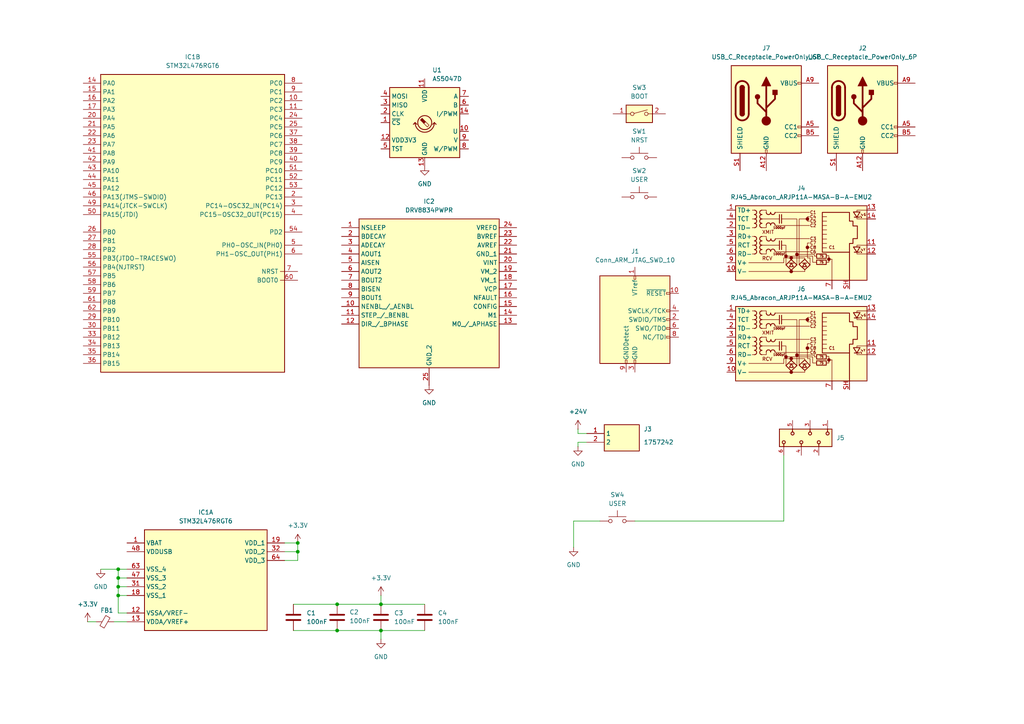
<source format=kicad_sch>
(kicad_sch (version 20231120) (generator "eeschema") (generator_version "8.0")
  (paper "A4")
  (lib_symbols
    (symbol "Connector:Conn_ARM_JTAG_SWD_10" (pin_names (offset 1.016))
      (property "Reference" "J" (at -2.54 16.51 0))
      (property "Value" "Conn_ARM_JTAG_SWD_10" (at -2.54 13.97 0))
      (symbol "Conn_ARM_JTAG_SWD_10_0_1"
        (rectangle (start -10.16 12.7) (end 10.16 -12.7) (stroke (width 0.254)) (fill (type background)))
        (rectangle (start -2.794 -12.7) (end -2.286 -11.684))
        (rectangle (start -0.254 -12.7) (end 0.254 -11.684))
        (rectangle (start -0.254 12.7) (end 0.254 11.684))
        (rectangle (start 9.144 2.286) (end 10.16 2.794))
        (rectangle (start 10.16 -2.794) (end 9.144 -2.286))
        (rectangle (start 10.16 -0.254) (end 9.144 0.254))
        (rectangle (start 10.16 7.874) (end 9.144 7.366))
      )
      (symbol "Conn_ARM_JTAG_SWD_10_1_1"
        (rectangle (start 9.144 -5.334) (end 10.16 -4.826))
        (pin power_in line (at 0 15.24 270) (length 2.54) (name "VTref") (number "1"))
        (pin open_collector line (at 12.7 7.62 180) (length 2.54) (name "~{RESET}") (number "10"))
        (pin bidirectional line (at 12.7 0 180) (length 2.54) (name "SWDIO/TMS") (number "2"))
        (pin power_in line (at 0 -15.24 90) (length 2.54) (name "GND") (number "3"))
        (pin output line (at 12.7 2.54 180) (length 2.54) (name "SWCLK/TCK") (number "4"))
        (pin passive line (at 0 -15.24 90) (length 2.54) hide (name "GND") (number "5"))
        (pin input line (at 12.7 -2.54 180) (length 2.54) (name "SWO/TDO") (number "6"))
        (pin no_connect line (at -10.16 0 0) (length 2.54) hide (name "KEY") (number "7"))
        (pin output line (at 12.7 -5.08 180) (length 2.54) (name "NC/TDI") (number "8"))
        (pin passive line (at -2.54 -15.24 90) (length 2.54) (name "GNDDetect") (number "9"))
      )
    )
    (symbol "Connector:RJ45_Abracon_ARJP11A-MASA-B-A-EMU2"
      (property "Reference" "J" (at 18.415 12.7 0))
      (property "Value" "RJ45_Abracon_ARJP11A-MASA-B-A-EMU2" (at -4.445 12.7 0))
      (symbol "RJ45_Abracon_ARJP11A-MASA-B-A-EMU2_0_0"
        (circle (center -3.175 -3.175) (radius 0.0001) (stroke (width 0.508)))
        (circle (center -1.651 -7.62) (radius 0.0001) (stroke (width 0.508)))
        (circle (center -1.651 -3.683) (radius 0.0001) (stroke (width 0.508)))
        (circle (center 0 -2.667) (radius 0.0001) (stroke (width 0.508)))
        (polyline (pts (xy -5.08 1.27) (xy -5.08 -1.27)) (stroke (width 0.254)))
        (polyline (pts (xy -5.08 8.89) (xy -5.08 6.35)) (stroke (width 0.254)))
        (polyline (pts (xy -4.445 1.27) (xy -4.445 -1.27)) (stroke (width 0.254)))
        (polyline (pts (xy -4.445 8.89) (xy -4.445 6.35)) (stroke (width 0.254)))
        (polyline (pts (xy 9.271 -4.064) (xy 10.16 -4.064)))
        (polyline (pts (xy 17.399 -0.508) (xy 17.399 0) (xy 20.32 0)))
        (polyline (pts (xy 17.399 9.652) (xy 17.399 10.16) (xy 20.32 10.16)))
        (polyline (pts (xy 20.32 -2.54) (xy 17.399 -2.54) (xy 17.399 -2.032)))
        (polyline (pts (xy 20.32 7.62) (xy 17.399 7.62) (xy 17.399 8.128)))
        (polyline (pts (xy 3.683 0.635) (xy 3.048 0.635) (xy 3.048 -0.635) (xy 3.683 -0.635)))
        (polyline (pts (xy 3.683 8.255) (xy 3.048 8.255) (xy 3.048 6.985) (xy 3.683 6.985)))
        (polyline (pts (xy 8.636 -4.953) (xy 9.271 -4.953) (xy 9.271 -3.048) (xy 8.636 -3.048)))
        (circle (center 3.048 -0.635) (radius 0.0001) (stroke (width 0.508)))
        (circle (center 3.048 7.62) (radius 0.0001) (stroke (width 0.508)))
        (circle (center 9.271 -4.064) (radius 0.0001) (stroke (width 0.508)))
        (text "C1" (at 4.699 9.525 0) (effects (font (size 0.889 0.889))))
        (text "C1" (at 10.16 -0.635 0) (effects (font (size 0.889 0.889))))
        (text "C2" (at 4.699 5.715 0) (effects (font (size 0.889 0.889))))
        (text "C3" (at 4.699 1.905 0) (effects (font (size 0.889 0.889))))
        (text "C4" (at 4.699 8.255 0) (effects (font (size 0.889 0.889))))
        (text "C5" (at 4.699 6.985 0) (effects (font (size 0.889 0.889))))
        (text "C6" (at 4.699 -1.905 0) (effects (font (size 0.889 0.889))))
        (text "C7" (at 4.699 0.635 0) (effects (font (size 0.889 0.889))))
        (text "C8" (at 4.699 -0.635 0) (effects (font (size 0.889 0.889))))
        (text "RCV" (at -10.16 -3.81 0) (effects (font (size 1.016 1.016)) (justify left)))
        (text "XMIT" (at -10.16 3.81 0) (effects (font (size 1.016 1.016)) (justify left)))
      )
      (symbol "RJ45_Abracon_ARJP11A-MASA-B-A-EMU2_0_1"
        (rectangle (start -17.78 11.43) (end 20.32 -10.16) (stroke (width 0.254)) (fill (type background)))
        (polyline (pts (xy -12.3163 -2.54) (xy -12.9513 -2.54)))
        (polyline (pts (xy -12.3163 0) (xy -12.9513 0)))
        (polyline (pts (xy -12.3163 2.54) (xy -12.9513 2.54)))
        (polyline (pts (xy -12.3163 5.08) (xy -12.9513 5.08)))
        (polyline (pts (xy -12.3163 7.62) (xy -12.9513 7.62)))
        (polyline (pts (xy -12.3163 10.16) (xy -12.9513 10.16)))
        (polyline (pts (xy -6.35 -1.905) (xy 3.683 -1.905)))
        (polyline (pts (xy -6.35 5.715) (xy 3.683 5.715)))
        (polyline (pts (xy -6.35 9.525) (xy 3.683 9.525)))
        (polyline (pts (xy -6.223 1.905) (xy 3.683 1.905)))
        (polyline (pts (xy -5.08 0) (xy -10.16 0)))
        (polyline (pts (xy -5.08 7.62) (xy -10.16 7.62)))
        (polyline (pts (xy 7.366 0.508) (xy 8.636 0.508)))
        (polyline (pts (xy 7.366 1.778) (xy 8.636 1.778)))
        (polyline (pts (xy 7.366 3.175) (xy 8.636 3.175)))
        (polyline (pts (xy 7.366 4.445) (xy 8.636 4.445)))
        (polyline (pts (xy 7.366 5.715) (xy 8.636 5.715)))
        (polyline (pts (xy 8.636 -0.762) (xy 7.366 -0.762)))
        (polyline (pts (xy 8.636 6.985) (xy 7.366 6.985)))
        (polyline (pts (xy 8.636 8.255) (xy 7.366 8.255)))
        (polyline (pts (xy -10.16 2.54) (xy -8.89 2.54) (xy -8.89 1.905)))
        (polyline (pts (xy -10.16 10.16) (xy -8.89 10.16) (xy -8.89 9.525)))
        (polyline (pts (xy -8.89 -1.905) (xy -8.89 -2.54) (xy -10.16 -2.54)))
        (polyline (pts (xy -8.89 5.715) (xy -8.89 5.08) (xy -10.16 5.08)))
        (polyline (pts (xy -4.445 0) (xy -3.175 0) (xy -3.175 -5.715)))
        (polyline (pts (xy -4.445 7.62) (xy 0 7.62) (xy 0 -5.715)))
      )
      (symbol "RJ45_Abracon_ARJP11A-MASA-B-A-EMU2_1_0"
        (text "1000pF" (at -5.08 -2.54 0) (effects (font (size 0.635 0.635))))
        (text "1000pF" (at -5.08 5.08 0) (effects (font (size 0.635 0.635))))
      )
      (symbol "RJ45_Abracon_ARJP11A-MASA-B-A-EMU2_1_1"
        (arc (start -12.3163 1.27) (mid -11.684 1.905) (end -12.3163 2.54) (stroke (width 0.254)))
        (arc (start -12.3136 -2.54) (mid -11.6813 -1.905) (end -12.3136 -1.27) (stroke (width 0.254)))
        (arc (start -12.3136 -1.27) (mid -11.6813 -0.635) (end -12.3136 0) (stroke (width 0.254)))
        (arc (start -12.3136 0) (mid -11.6813 0.635) (end -12.3136 1.27) (stroke (width 0.254)))
        (arc (start -12.3136 8.89) (mid -11.6813 9.525) (end -12.3136 10.16) (stroke (width 0.254)))
        (arc (start -12.3109 5.08) (mid -11.6786 5.715) (end -12.3109 6.35) (stroke (width 0.254)))
        (arc (start -12.3109 6.35) (mid -11.6786 6.985) (end -12.3109 7.62) (stroke (width 0.254)))
        (arc (start -12.3109 7.62) (mid -11.6786 8.255) (end -12.3109 8.89) (stroke (width 0.254)))
        (arc (start -10.1654 0) (mid -10.7977 -0.635) (end -10.1654 -1.27) (stroke (width 0.254)))
        (arc (start -10.1654 1.27) (mid -10.7977 0.635) (end -10.1654 0) (stroke (width 0.254)))
        (arc (start -10.1654 2.54) (mid -10.7977 1.905) (end -10.1654 1.27) (stroke (width 0.254)))
        (arc (start -10.1654 7.62) (mid -10.7977 6.985) (end -10.1654 6.35) (stroke (width 0.254)))
        (arc (start -10.1654 8.89) (mid -10.7977 8.255) (end -10.1654 7.62) (stroke (width 0.254)))
        (arc (start -10.1654 10.16) (mid -10.7977 9.525) (end -10.1654 8.89) (stroke (width 0.254)))
        (arc (start -10.1627 -1.27) (mid -10.795 -1.905) (end -10.1627 -2.54) (stroke (width 0.254)))
        (arc (start -10.1627 6.35) (mid -10.795 5.715) (end -10.1627 5.08) (stroke (width 0.254)))
        (arc (start -8.89 9.5223) (mid -8.255 8.89) (end -7.62 9.5223) (stroke (width 0.254)))
        (arc (start -8.8265 1.8388) (mid -8.1915 1.2065) (end -7.5565 1.8388) (stroke (width 0.254)))
        (arc (start -7.62 -1.7753) (mid -8.255 -1.143) (end -8.89 -1.7753) (stroke (width 0.254)))
        (arc (start -7.62 5.8447) (mid -8.255 6.477) (end -8.89 5.8447) (stroke (width 0.254)))
        (arc (start -7.62 9.525) (mid -6.985 8.8927) (end -6.35 9.525) (stroke (width 0.254)))
        (arc (start -7.5565 1.8415) (mid -6.9215 1.2092) (end -6.2865 1.8415) (stroke (width 0.254)))
        (arc (start -6.35 -1.7726) (mid -6.985 -1.1403) (end -7.62 -1.7726) (stroke (width 0.254)))
        (arc (start -6.35 5.8474) (mid -6.985 6.4797) (end -7.62 5.8474) (stroke (width 0.254)))
        (polyline (pts (xy -13.97 -7.62) (xy 2.286 -7.62)))
        (polyline (pts (xy -13.97 -5.08) (xy -3.81 -5.08)))
        (polyline (pts (xy -2.159 -5.207) (xy -1.016 -5.207)) (stroke (width 0.254)))
        (polyline (pts (xy -1.651 -7.239) (xy -1.651 -7.493)))
        (polyline (pts (xy 1.651 -5.207) (xy 2.794 -5.207)) (stroke (width 0.254)))
        (polyline (pts (xy 2.286 -7.112) (xy 2.286 -7.62)))
        (polyline (pts (xy 10.16 -4.064) (xy 10.16 -10.16)))
        (polyline (pts (xy 15.24 -10.16) (xy 15.24 -2.032)) (stroke (width 0.254)))
        (polyline (pts (xy 18.161 -2.032) (xy 16.637 -2.032)) (stroke (width 0.254)))
        (polyline (pts (xy 18.161 8.128) (xy 16.637 8.128)) (stroke (width 0.254)))
        (polyline (pts (xy 18.796 -2.159) (xy 18.796 -1.905)))
        (polyline (pts (xy 18.796 8.001) (xy 18.796 8.255)))
        (polyline (pts (xy 19.05 -1.524) (xy 19.05 -1.27)))
        (polyline (pts (xy 19.05 8.636) (xy 19.05 8.89)))
        (polyline (pts (xy -3.81 -5.08) (xy -3.81 -3.683) (xy -1.651 -3.683)))
        (polyline (pts (xy -1.905 -3.683) (xy -1.651 -3.683) (xy -1.651 -4.191)))
        (polyline (pts (xy -1.651 -3.683) (xy 2.286 -3.683) (xy 2.286 -4.064)))
        (polyline (pts (xy 3.048 7.62) (xy 0.635 7.62) (xy 0.635 -5.588)))
        (polyline (pts (xy 18.288 -1.651) (xy 18.796 -2.159) (xy 18.542 -2.159)))
        (polyline (pts (xy 18.288 8.509) (xy 18.796 8.001) (xy 18.542 8.001)))
        (polyline (pts (xy 18.542 -1.016) (xy 19.05 -1.524) (xy 18.796 -1.524)))
        (polyline (pts (xy 18.542 9.144) (xy 19.05 8.636) (xy 18.796 8.636)))
        (polyline (pts (xy -2.159 -6.223) (xy -1.016 -6.223) (xy -1.651 -5.207) (xy -2.159 -6.223)) (stroke (width 0.254)))
        (polyline (pts (xy 1.651 -6.223) (xy 2.794 -6.223) (xy 2.159 -5.207) (xy 1.651 -6.223)) (stroke (width 0.254)))
        (polyline (pts (xy 3.048 -0.508) (xy 3.048 -3.683) (xy 3.81 -3.683) (xy 3.81 -5.715)))
        (polyline (pts (xy 5.715 -4.953) (xy 4.572 -4.953) (xy 4.572 -3.175) (xy -3.175 -3.175)))
        (polyline (pts (xy 5.715 -3.175) (xy 5.08 -3.175) (xy 5.08 -2.667) (xy 0 -2.667)))
        (polyline (pts (xy 18.288 -0.508) (xy 16.383 -0.508) (xy 17.399 -2.032) (xy 18.288 -0.508)) (stroke (width 0.254)))
        (polyline (pts (xy 18.288 9.652) (xy 16.383 9.652) (xy 17.399 8.128) (xy 18.288 9.652)) (stroke (width 0.254)))
        (polyline (pts (xy -1.651 -4.191) (xy -3.175 -5.715) (xy -1.651 -7.239) (xy 0 -5.715) (xy -1.651 -4.191)) (stroke (width 0.254)))
        (polyline (pts (xy 2.286 -4.064) (xy 0.635 -5.588) (xy 2.286 -7.112) (xy 3.81 -5.715) (xy 2.286 -4.064)) (stroke (width 0.254)))
        (polyline (pts (xy 7.366 -2.032) (xy 7.366 9.525) (xy 15.24 9.525) (xy 15.24 6.985) (xy 16.256 6.985) (xy 16.256 5.588) (xy 17.526 5.588) (xy 17.526 1.905) (xy 16.256 1.905) (xy 16.256 0.508) (xy 15.24 0.508) (xy 15.24 -2.032) (xy 7.366 -2.032)) (stroke (width 0.254)))
        (rectangle (start 8.509 -5.588) (end 5.715 -4.318) (stroke (width 0.254)))
        (rectangle (start 8.509 -3.81) (end 5.715 -2.54) (stroke (width 0.254)))
        (text "75" (at 7.112 -4.953 0) (effects (font (size 0.635 0.635))))
        (text "75" (at 7.112 -3.175 0) (effects (font (size 0.635 0.635))))
        (text "G" (at 19.685 8.89 0) (effects (font (size 0.635 0.635))))
        (text "Y" (at 19.558 -1.27 0) (effects (font (size 0.635 0.635))))
        (pin passive line (at -20.32 10.16 0) (length 2.54) (name "TD+") (number "1"))
        (pin power_out line (at -20.32 -7.62 0) (length 2.54) (name "V-") (number "10"))
        (pin passive line (at 22.86 0 180) (length 2.54) (name "") (number "11"))
        (pin passive line (at 22.86 -2.54 180) (length 2.54) (name "") (number "12"))
        (pin passive line (at 22.86 10.16 180) (length 2.54) (name "") (number "13"))
        (pin passive line (at 22.86 7.62 180) (length 2.54) (name "") (number "14"))
        (pin passive line (at -20.32 5.08 0) (length 2.54) (name "TD-") (number "2"))
        (pin passive line (at -20.32 2.54 0) (length 2.54) (name "RD+") (number "3"))
        (pin passive line (at -20.32 7.62 0) (length 2.54) (name "TCT") (number "4"))
        (pin passive line (at -20.32 0 0) (length 2.54) (name "RCT") (number "5"))
        (pin passive line (at -20.32 -2.54 0) (length 2.54) (name "RD-") (number "6"))
        (pin power_in line (at 10.16 -12.7 90) (length 2.54) (name "") (number "7"))
        (pin no_connect line (at 20.32 5.08 0) (length 0) hide (name "NC") (number "8"))
        (pin power_out line (at -20.32 -5.08 0) (length 2.54) (name "V+") (number "9"))
        (pin passive line (at 15.24 -12.7 90) (length 2.54) (name "") (number "SH"))
      )
    )
    (symbol "Connector:USB_C_Receptacle_PowerOnly_6P" (pin_names (offset 1.016))
      (property "Reference" "J" (at 0 16.51 0))
      (property "Value" "USB_C_Receptacle_PowerOnly_6P" (at 0 13.97 0))
      (symbol "USB_C_Receptacle_PowerOnly_6P_0_0"
        (rectangle (start -0.254 -12.7) (end 0.254 -11.684))
        (rectangle (start 10.16 -7.366) (end 9.144 -7.874))
        (rectangle (start 10.16 -4.826) (end 9.144 -5.334))
        (rectangle (start 10.16 7.874) (end 9.144 7.366))
      )
      (symbol "USB_C_Receptacle_PowerOnly_6P_0_1"
        (rectangle (start -10.16 12.7) (end 10.16 -12.7) (stroke (width 0.254)) (fill (type background)))
        (arc (start -8.89 -1.27) (mid -6.985 -3.1667) (end -5.08 -1.27) (stroke (width 0.508)))
        (arc (start -7.62 -1.27) (mid -6.985 -1.9023) (end -6.35 -1.27) (stroke (width 0.254)))
        (arc (start -7.62 -1.27) (mid -6.985 -1.9023) (end -6.35 -1.27) (stroke (width 0.254)) (fill (type outline)))
        (rectangle (start -7.62 -1.27) (end -6.35 6.35) (stroke (width 0.254)) (fill (type outline)))
        (arc (start -6.35 6.35) (mid -6.985 6.9823) (end -7.62 6.35) (stroke (width 0.254)))
        (arc (start -6.35 6.35) (mid -6.985 6.9823) (end -7.62 6.35) (stroke (width 0.254)) (fill (type outline)))
        (arc (start -5.08 6.35) (mid -6.985 8.2467) (end -8.89 6.35) (stroke (width 0.508)))
        (circle (center -2.54 3.683) (radius 0.635) (stroke (width 0.254)) (fill (type outline)))
        (circle (center 0 -3.302) (radius 1.27) (fill (type outline)))
        (polyline (pts (xy -8.89 -1.27) (xy -8.89 6.35)) (stroke (width 0.508)))
        (polyline (pts (xy -5.08 6.35) (xy -5.08 -1.27)) (stroke (width 0.508)))
        (polyline (pts (xy 0 -3.302) (xy 0 6.858)) (stroke (width 0.508)))
        (polyline (pts (xy 0 -0.762) (xy -2.54 1.778) (xy -2.54 3.048)) (stroke (width 0.508)))
        (polyline (pts (xy 0 0.508) (xy 2.54 3.048) (xy 2.54 4.318)) (stroke (width 0.508)))
        (polyline (pts (xy -1.27 6.858) (xy 0 9.398) (xy 1.27 6.858) (xy -1.27 6.858)) (stroke (width 0.254)) (fill (type outline)))
        (rectangle (start 1.905 4.318) (end 3.175 5.588) (stroke (width 0.254)) (fill (type outline)))
      )
      (symbol "USB_C_Receptacle_PowerOnly_6P_1_1"
        (pin passive line (at 0 -17.78 90) (length 5.08) (name "GND") (number "A12"))
        (pin bidirectional line (at 15.24 -5.08 180) (length 5.08) (name "CC1") (number "A5"))
        (pin passive line (at 15.24 7.62 180) (length 5.08) (name "VBUS") (number "A9"))
        (pin passive line (at 0 -17.78 90) (length 5.08) hide (name "GND") (number "B12"))
        (pin bidirectional line (at 15.24 -7.62 180) (length 5.08) (name "CC2") (number "B5"))
        (pin passive line (at 15.24 7.62 180) (length 5.08) hide (name "VBUS") (number "B9"))
        (pin passive line (at -7.62 -17.78 90) (length 5.08) (name "SHIELD") (number "S1"))
      )
    )
    (symbol "Connector_Phoenix_Contact:1757242_01x02_Socket_2.54mm_5A_TH"
      (property "Reference" "J3" (at 16.51 1.2701 0))
      (property "Value" "1757242" (at 16.51 -2.5399 0))
      (symbol "1757242_01x02_Socket_2.54mm_5A_TH_1_1"
        (rectangle (start 5.08 2.54) (end 15.24 -5.08) (stroke (width 0.254)) (fill (type background)))
        (pin passive line (at 0 0 0) (length 5.08) (name "1") (number "1"))
        (pin passive line (at 0 -2.54 0) (length 5.08) (name "2") (number "2"))
      )
    )
    (symbol "Connector_Wuerth_MicroMatch:690367180672_02x03_Socket_TH_MoicroMatch" (pin_names (offset 1.016))
      (property "Reference" "J" (at 7.26 0.348 0))
      (symbol "690367180672_02x03_Socket_TH_MoicroMatch_0_0"
        (rectangle (start -8.89 -2.54) (end 6.35 2.54) (stroke (width 0.254)) (fill (type background)))
        (circle (center -7.62 -1.27) (radius 0.4445) (stroke (width 0.254)))
        (circle (center -5.08 1.27) (radius 0.4445) (stroke (width 0.254)))
        (circle (center -2.54 -1.27) (radius 0.4445) (stroke (width 0.254)))
        (polyline (pts (xy -7.62 -1.705) (xy -7.62 -2.54)) (stroke (width 0.254)))
        (polyline (pts (xy -5.08 1.705) (xy -5.08 2.54)) (stroke (width 0.254)))
        (polyline (pts (xy -2.54 -1.705) (xy -2.54 -2.54)) (stroke (width 0.254)))
        (polyline (pts (xy 0 1.705) (xy 0 2.54)) (stroke (width 0.254)))
        (polyline (pts (xy 2.54 -1.705) (xy 2.54 -2.54)) (stroke (width 0.254)))
        (polyline (pts (xy 5.08 1.705) (xy 5.08 2.54)) (stroke (width 0.254)))
        (circle (center 0 1.27) (radius 0.4445) (stroke (width 0.254)))
        (circle (center 2.54 -1.27) (radius 0.4445) (stroke (width 0.254)))
        (circle (center 5.08 1.27) (radius 0.4445) (stroke (width 0.254)))
        (pin passive line (at 5.08 5.08 270) (length 2.54) (name "~") (number "1"))
        (pin passive line (at 2.54 -5.08 90) (length 2.54) (name "~") (number "2"))
        (pin passive line (at 0 5.08 270) (length 2.54) (name "~") (number "3"))
        (pin passive line (at -2.54 -5.08 90) (length 2.54) (name "~") (number "4"))
        (pin passive line (at -5.08 5.08 270) (length 2.54) (name "~") (number "5"))
        (pin passive line (at -7.62 -5.08 90) (length 2.54) (name "~") (number "6"))
      )
    )
    (symbol "Device:C" (pin_numbers hide) (pin_names (offset 0.254))
      (property "Reference" "C" (at 0.635 2.54 0))
      (property "Value" "C" (at 0.635 -2.54 0))
      (symbol "C_0_1"
        (polyline (pts (xy -2.032 -0.762) (xy 2.032 -0.762)) (stroke (width 0.508)))
        (polyline (pts (xy -2.032 0.762) (xy 2.032 0.762)) (stroke (width 0.508)))
      )
      (symbol "C_1_1"
        (pin passive line (at 0 3.81 270) (length 2.794) (name "~") (number "1"))
        (pin passive line (at 0 -3.81 90) (length 2.794) (name "~") (number "2"))
      )
    )
    (symbol "Device:FerriteBead_Small" (pin_numbers hide) (pin_names (offset 0))
      (property "Reference" "FB" (at 1.905 1.27 0))
      (property "Value" "FerriteBead_Small" (at 1.905 -1.27 0))
      (symbol "FerriteBead_Small_0_1"
        (polyline (pts (xy 0 -1.27) (xy 0 -0.7874)))
        (polyline (pts (xy 0 0.889) (xy 0 1.2954)))
        (polyline (pts (xy -1.8288 0.2794) (xy -1.1176 1.4986) (xy 1.8288 -0.2032) (xy 1.1176 -1.4224) (xy -1.8288 0.2794)))
      )
      (symbol "FerriteBead_Small_1_1"
        (pin passive line (at 0 2.54 270) (length 1.27) (name "~") (number "1"))
        (pin passive line (at 0 -2.54 90) (length 1.27) (name "~") (number "2"))
      )
    )
    (symbol "MCU_ST_STM32_CubeExport:STM32L476RGT6"
      (property "Reference" "IC" (at 24.638 -24.638 0))
      (property "Value" "STM32L476RGT6" (at 24.384 -26.67 0))
      (symbol "STM32L476RGT6_1_1"
        (rectangle (start 5.08 0) (end 40.64 -29.21) (stroke (width 0.254)) (fill (type background)))
        (pin passive line (at 0 -3.81 0) (length 5.08) (name "VBAT") (number "1"))
        (pin passive line (at 0 -24.13 0) (length 5.08) (name "VSSA/VREF-") (number "12"))
        (pin passive line (at 0 -26.67 0) (length 5.08) (name "VDDA/VREF+") (number "13"))
        (pin passive line (at 0 -19.05 0) (length 5.08) (name "VSS_1") (number "18"))
        (pin passive line (at 45.72 -3.81 180) (length 5.08) (name "VDD_1") (number "19"))
        (pin passive line (at 0 -16.51 0) (length 5.08) (name "VSS_2") (number "31"))
        (pin passive line (at 45.72 -6.35 180) (length 5.08) (name "VDD_2") (number "32"))
        (pin passive line (at 0 -13.97 0) (length 5.08) (name "VSS_3") (number "47"))
        (pin passive line (at 0 -6.35 0) (length 5.08) (name "VDDUSB") (number "48"))
        (pin passive line (at 0 -11.43 0) (length 5.08) (name "VSS_4") (number "63"))
        (pin passive line (at 45.72 -8.89 180) (length 5.08) (name "VDD_3") (number "64"))
      )
      (symbol "STM32L476RGT6_2_1"
        (rectangle (start 5.08 27.94) (end 58.42 -58.42) (stroke (width 0.254)) (fill (type background)))
        (pin passive line (at 63.5 20.32 180) (length 5.08) (name "PC2") (number "10"))
        (pin passive line (at 63.5 17.78 180) (length 5.08) (name "PC3") (number "11"))
        (pin passive line (at 0 25.4 0) (length 5.08) (name "PA0") (number "14"))
        (pin passive line (at 0 22.86 0) (length 5.08) (name "PA1") (number "15"))
        (pin passive line (at 0 20.32 0) (length 5.08) (name "PA2") (number "16"))
        (pin passive line (at 0 17.78 0) (length 5.08) (name "PA3") (number "17"))
        (pin passive line (at 63.5 -7.62 180) (length 5.08) (name "PC13") (number "2"))
        (pin passive line (at 0 15.24 0) (length 5.08) (name "PA4") (number "20"))
        (pin passive line (at 0 12.7 0) (length 5.08) (name "PA5") (number "21"))
        (pin passive line (at 0 10.16 0) (length 5.08) (name "PA6") (number "22"))
        (pin passive line (at 0 7.62 0) (length 5.08) (name "PA7") (number "23"))
        (pin passive line (at 63.5 15.24 180) (length 5.08) (name "PC4") (number "24"))
        (pin passive line (at 63.5 12.7 180) (length 5.08) (name "PC5") (number "25"))
        (pin passive line (at 0 -17.78 0) (length 5.08) (name "PB0") (number "26"))
        (pin passive line (at 0 -20.32 0) (length 5.08) (name "PB1") (number "27"))
        (pin passive line (at 0 -22.86 0) (length 5.08) (name "PB2") (number "28"))
        (pin passive line (at 0 -43.18 0) (length 5.08) (name "PB10") (number "29"))
        (pin passive line (at 63.5 -10.16 180) (length 5.08) (name "PC14-OSC32_IN(PC14)") (number "3"))
        (pin passive line (at 0 -45.72 0) (length 5.08) (name "PB11") (number "30"))
        (pin passive line (at 0 -48.26 0) (length 5.08) (name "PB12") (number "33"))
        (pin passive line (at 0 -50.8 0) (length 5.08) (name "PB13") (number "34"))
        (pin passive line (at 0 -53.34 0) (length 5.08) (name "PB14") (number "35"))
        (pin passive line (at 0 -55.88 0) (length 5.08) (name "PB15") (number "36"))
        (pin passive line (at 63.5 10.16 180) (length 5.08) (name "PC6") (number "37"))
        (pin passive line (at 63.5 7.62 180) (length 5.08) (name "PC7") (number "38"))
        (pin passive line (at 63.5 5.08 180) (length 5.08) (name "PC8") (number "39"))
        (pin passive line (at 63.5 -12.7 180) (length 5.08) (name "PC15-OSC32_OUT(PC15)") (number "4"))
        (pin passive line (at 63.5 2.54 180) (length 5.08) (name "PC9") (number "40"))
        (pin passive line (at 0 5.08 0) (length 5.08) (name "PA8") (number "41"))
        (pin passive line (at 0 2.54 0) (length 5.08) (name "PA9") (number "42"))
        (pin passive line (at 0 0 0) (length 5.08) (name "PA10") (number "43"))
        (pin passive line (at 0 -2.54 0) (length 5.08) (name "PA11") (number "44"))
        (pin passive line (at 0 -5.08 0) (length 5.08) (name "PA12") (number "45"))
        (pin passive line (at 0 -7.62 0) (length 5.08) (name "PA13(JTMS-SWDIO)") (number "46"))
        (pin passive line (at 0 -10.16 0) (length 5.08) (name "PA14(JTCK-SWCLK)") (number "49"))
        (pin passive line (at 63.5 -21.59 180) (length 5.08) (name "PH0-OSC_IN(PH0)") (number "5"))
        (pin passive line (at 0 -12.7 0) (length 5.08) (name "PA15(JTDI)") (number "50"))
        (pin passive line (at 63.5 0 180) (length 5.08) (name "PC10") (number "51"))
        (pin passive line (at 63.5 -2.54 180) (length 5.08) (name "PC11") (number "52"))
        (pin passive line (at 63.5 -5.08 180) (length 5.08) (name "PC12") (number "53"))
        (pin passive line (at 63.5 -17.78 180) (length 5.08) (name "PD2") (number "54"))
        (pin passive line (at 0 -25.4 0) (length 5.08) (name "PB3(JTDO-TRACESWO)") (number "55"))
        (pin passive line (at 0 -27.94 0) (length 5.08) (name "PB4(NJTRST)") (number "56"))
        (pin passive line (at 0 -30.48 0) (length 5.08) (name "PB5") (number "57"))
        (pin passive line (at 0 -33.02 0) (length 5.08) (name "PB6") (number "58"))
        (pin passive line (at 0 -35.56 0) (length 5.08) (name "PB7") (number "59"))
        (pin passive line (at 63.5 -24.13 180) (length 5.08) (name "PH1-OSC_OUT(PH1)") (number "6"))
        (pin passive line (at 62.23 -31.75 180) (length 5.08) (name "BOOT0") (number "60"))
        (pin passive line (at 0 -38.1 0) (length 5.08) (name "PB8") (number "61"))
        (pin passive line (at 0 -40.64 0) (length 5.08) (name "PB9") (number "62"))
        (pin passive line (at 62.23 -29.21 180) (length 5.08) (name "NRST") (number "7"))
        (pin passive line (at 63.5 25.4 180) (length 5.08) (name "PC0") (number "8"))
        (pin passive line (at 63.5 22.86 180) (length 5.08) (name "PC1") (number "9"))
      )
    )
    (symbol "Motor_Drive:DRV8834PWPR"
      (property "Reference" "IC" (at 46.99 7.62 0))
      (property "Value" "DRV8834PWPR" (at 46.99 5.08 0))
      (symbol "DRV8834PWPR_1_1"
        (rectangle (start 5.08 2.54) (end 45.72 -40.64) (stroke (width 0.254)) (fill (type background)))
        (pin passive line (at 0 0 0) (length 5.08) (name "NSLEEP") (number "1"))
        (pin passive line (at 0 -22.86 0) (length 5.08) (name "NENBL_/_AENBL") (number "10"))
        (pin passive line (at 0 -25.4 0) (length 5.08) (name "STEP_/_BENBL") (number "11"))
        (pin passive line (at 0 -27.94 0) (length 5.08) (name "DIR_/_BPHASE") (number "12"))
        (pin passive line (at 50.8 -27.94 180) (length 5.08) (name "M0_/_APHASE") (number "13"))
        (pin passive line (at 50.8 -25.4 180) (length 5.08) (name "M1") (number "14"))
        (pin passive line (at 50.8 -22.86 180) (length 5.08) (name "CONFIG") (number "15"))
        (pin passive line (at 50.8 -20.32 180) (length 5.08) (name "NFAULT") (number "16"))
        (pin passive line (at 50.8 -17.78 180) (length 5.08) (name "VCP") (number "17"))
        (pin passive line (at 50.8 -15.24 180) (length 5.08) (name "VM_1") (number "18"))
        (pin passive line (at 50.8 -12.7 180) (length 5.08) (name "VM_2") (number "19"))
        (pin passive line (at 0 -2.54 0) (length 5.08) (name "BDECAY") (number "2"))
        (pin passive line (at 50.8 -10.16 180) (length 5.08) (name "VINT") (number "20"))
        (pin passive line (at 50.8 -7.62 180) (length 5.08) (name "GND_1") (number "21"))
        (pin passive line (at 50.8 -5.08 180) (length 5.08) (name "AVREF") (number "22"))
        (pin passive line (at 50.8 -2.54 180) (length 5.08) (name "BVREF") (number "23"))
        (pin passive line (at 50.8 0 180) (length 5.08) (name "VREFO") (number "24"))
        (pin passive line (at 25.4 -45.72 90) (length 5.08) (name "GND_2") (number "25"))
        (pin passive line (at 0 -5.08 0) (length 5.08) (name "ADECAY") (number "3"))
        (pin passive line (at 0 -7.62 0) (length 5.08) (name "AOUT1") (number "4"))
        (pin passive line (at 0 -10.16 0) (length 5.08) (name "AISEN") (number "5"))
        (pin passive line (at 0 -12.7 0) (length 5.08) (name "AOUT2") (number "6"))
        (pin passive line (at 0 -15.24 0) (length 5.08) (name "BOUT2") (number "7"))
        (pin passive line (at 0 -17.78 0) (length 5.08) (name "BISEN") (number "8"))
        (pin passive line (at 0 -20.32 0) (length 5.08) (name "BOUT1") (number "9"))
      )
    )
    (symbol "Sensor_Magnetic:AS5047D"
      (property "Reference" "U" (at -8.89 11.43 0))
      (property "Value" "AS5047D" (at 5.08 11.43 0))
      (symbol "AS5047D_1_1"
        (rectangle (start -10.16 10.16) (end 10.16 -10.16) (stroke (width 0.254)) (fill (type background)))
        (arc (start -2.794 0) (mid 0 -2.7819) (end 2.794 0) (stroke (width 0.254)))
        (polyline (pts (xy -2.794 0) (xy -3.302 -0.508)) (stroke (width 0.254)))
        (polyline (pts (xy -2.794 0) (xy -2.286 -0.508)) (stroke (width 0.254)))
        (polyline (pts (xy 2.794 0) (xy 2.286 -0.508)) (stroke (width 0.254)))
        (polyline (pts (xy 2.794 0) (xy 3.302 -0.508)) (stroke (width 0.254)))
        (polyline (pts (xy 0.254 0.254) (xy 1.27 -0.762) (xy 0.762 -1.27) (xy -0.254 -0.254)))
        (polyline (pts (xy -0.762 1.27) (xy 0.254 0.254) (xy -0.254 -0.254) (xy -1.27 0.762) (xy -1.016 1.016) (xy -0.762 1.27) (xy -0.635 1.143)) (fill (type outline)))
        (circle (center 0 0) (radius 2.032) (stroke (width 0.254)))
        (pin input line (at -12.7 0 0) (length 2.54) (name "~{CS}") (number "1"))
        (pin output line (at 12.7 -2.54 180) (length 2.54) (name "U") (number "10"))
        (pin power_in line (at 0 12.7 270) (length 2.54) (name "VDD") (number "11"))
        (pin power_out line (at -12.7 -5.08 0) (length 2.54) (name "VDD3V3") (number "12"))
        (pin power_in line (at 0 -12.7 90) (length 2.54) (name "GND") (number "13"))
        (pin output line (at 12.7 2.54 180) (length 2.54) (name "I/PWM") (number "14"))
        (pin input line (at -12.7 2.54 0) (length 2.54) (name "CLK") (number "2"))
        (pin output line (at -12.7 5.08 0) (length 2.54) (name "MISO") (number "3"))
        (pin input line (at -12.7 7.62 0) (length 2.54) (name "MOSI") (number "4"))
        (pin input line (at -12.7 -7.62 0) (length 2.54) (name "TST") (number "5"))
        (pin output line (at 12.7 5.08 180) (length 2.54) (name "B") (number "6"))
        (pin output line (at 12.7 7.62 180) (length 2.54) (name "A") (number "7"))
        (pin output line (at 12.7 -7.62 180) (length 2.54) (name "W/PWM") (number "8"))
        (pin output line (at 12.7 -5.08 180) (length 2.54) (name "V") (number "9"))
      )
    )
    (symbol "Switch:SW_DIP_x01" (pin_names (offset 0) hide)
      (property "Reference" "SW" (at 0 3.81 0))
      (property "Value" "SW_DIP_x01" (at 0 -3.81 0))
      (symbol "SW_DIP_x01_0_0"
        (circle (center -2.032 0) (radius 0.508))
        (polyline (pts (xy -1.524 0.127) (xy 2.3622 1.1684)))
        (circle (center 2.032 0) (radius 0.508))
      )
      (symbol "SW_DIP_x01_0_1"
        (rectangle (start -3.81 2.54) (end 3.81 -2.54) (stroke (width 0.254)) (fill (type background)))
      )
      (symbol "SW_DIP_x01_1_1"
        (pin passive line (at -7.62 0 0) (length 5.08) (name "~") (number "1"))
        (pin passive line (at 7.62 0 180) (length 5.08) (name "~") (number "2"))
      )
    )
    (symbol "Switch:SW_Push" (pin_numbers hide) (pin_names (offset 1.016) hide)
      (property "Reference" "SW" (at 1.27 2.54 0))
      (property "Value" "SW_Push" (at 0 -1.524 0))
      (symbol "SW_Push_0_1"
        (circle (center -2.032 0) (radius 0.508))
        (polyline (pts (xy 0 1.27) (xy 0 3.048)))
        (polyline (pts (xy 2.54 1.27) (xy -2.54 1.27)))
        (circle (center 2.032 0) (radius 0.508))
        (pin passive line (at -5.08 0 0) (length 2.54) (name "1") (number "1"))
        (pin passive line (at 5.08 0 180) (length 2.54) (name "2") (number "2"))
      )
    )
    (symbol "power:+24V" (power) (pin_numbers hide) (pin_names (offset 0) hide)
      (property "Value" "+24V" (at 0 3.556 0))
      (symbol "+24V_0_1"
        (polyline (pts (xy -0.762 1.27) (xy 0 2.54)))
        (polyline (pts (xy 0 0) (xy 0 2.54)))
        (polyline (pts (xy 0 2.54) (xy 0.762 1.27)))
      )
      (symbol "+24V_1_1"
        (pin power_in line (at 0 0 90) (length 0) (name "~") (number "1"))
      )
    )
    (symbol "power:+3.3V" (power) (pin_numbers hide) (pin_names (offset 0) hide)
      (property "Value" "+3.3V" (at 0 3.556 0))
      (symbol "+3.3V_0_1"
        (polyline (pts (xy -0.762 1.27) (xy 0 2.54)))
        (polyline (pts (xy 0 0) (xy 0 2.54)))
        (polyline (pts (xy 0 2.54) (xy 0.762 1.27)))
      )
      (symbol "+3.3V_1_1"
        (pin power_in line (at 0 0 90) (length 0) (name "~") (number "1"))
      )
    )
    (symbol "power:GND" (power) (pin_numbers hide) (pin_names (offset 0) hide)
      (property "Value" "GND" (at 0 -3.81 0))
      (symbol "GND_0_1"
        (polyline (pts (xy 0 0) (xy 0 -1.27) (xy 1.27 -1.27) (xy 0 -2.54) (xy -1.27 -1.27) (xy 0 -1.27)))
      )
      (symbol "GND_1_1"
        (pin power_in line (at 0 0 270) (length 0) (name "~") (number "1"))
      )
    )
  )
  (junction (at 97.79 175.26))
  (junction (at 110.49 175.26))
  (junction (at 34.29 170.18))
  (junction (at 110.49 182.88))
  (junction (at 34.29 172.72))
  (junction (at 34.29 167.64))
  (junction (at 97.79 182.88))
  (junction (at 34.29 165.1))
  (junction (at 86.36 160.02))
  (junction (at 86.36 157.48))
  (wire (pts (xy 97.79 182.88) (xy 110.49 182.88)))
  (wire (pts (xy 167.64 124.46) (xy 167.64 125.73)))
  (wire (pts (xy 110.49 185.42) (xy 110.49 182.88)))
  (wire (pts (xy 166.37 151.13) (xy 173.99 151.13)))
  (wire (pts (xy 167.64 125.73) (xy 170.18 125.73)))
  (wire (pts (xy 82.55 160.02) (xy 86.36 160.02)))
  (wire (pts (xy 34.29 167.64) (xy 36.83 167.64)))
  (wire (pts (xy 82.55 157.48) (xy 86.36 157.48)))
  (wire (pts (xy 34.29 165.1) (xy 36.83 165.1)))
  (wire (pts (xy 34.29 170.18) (xy 34.29 167.64)))
  (wire (pts (xy 167.64 129.54) (xy 167.64 128.27)))
  (wire (pts (xy 110.49 182.88) (xy 123.19 182.88)))
  (wire (pts (xy 110.49 172.72) (xy 110.49 175.26)))
  (wire (pts (xy 86.36 162.56) (xy 86.36 160.02)))
  (wire (pts (xy 85.09 175.26) (xy 97.79 175.26)))
  (wire (pts (xy 82.55 162.56) (xy 86.36 162.56)))
  (wire (pts (xy 34.29 165.1) (xy 29.21 165.1)))
  (wire (pts (xy 110.49 175.26) (xy 123.19 175.26)))
  (wire (pts (xy 25.4 180.34) (xy 27.94 180.34)))
  (wire (pts (xy 167.64 128.27) (xy 170.18 128.27)))
  (wire (pts (xy 36.83 177.8) (xy 34.29 177.8)))
  (wire (pts (xy 33.02 180.34) (xy 36.83 180.34)))
  (wire (pts (xy 166.37 158.75) (xy 166.37 151.13)))
  (wire (pts (xy 34.29 172.72) (xy 34.29 170.18)))
  (wire (pts (xy 34.29 167.64) (xy 34.29 165.1)))
  (wire (pts (xy 34.29 172.72) (xy 34.29 177.8)))
  (wire (pts (xy 184.15 151.13) (xy 227.33 151.13)))
  (wire (pts (xy 36.83 172.72) (xy 34.29 172.72)))
  (wire (pts (xy 85.09 182.88) (xy 97.79 182.88)))
  (wire (pts (xy 97.79 175.26) (xy 110.49 175.26)))
  (wire (pts (xy 86.36 160.02) (xy 86.36 157.48)))
  (wire (pts (xy 227.33 151.13) (xy 227.33 132.08)))
  (wire (pts (xy 34.29 170.18) (xy 36.83 170.18)))
  (symbol (lib_id "power:GND") (at 123.19 48.26 0) (unit 1)
    (property "Reference" "#PWR03" (effects (hide yes)))
    (property "Value" "GND" (at 123.19 53.34 0))
    (property "Description" "Power symbol creates a global label with name \"GND\" , ground" (effects (hide yes)))
  )
  (symbol (lib_id "Device:C") (at 123.19 179.07 0) (unit 1)
    (property "Reference" "C4" (at 127 177.7999 0) (effects (justify left)))
    (property "Value" "100nF" (at 127 180.3399 0) (effects (justify left)))
    (property "Footprint" "Capacitor_SMD:C_0201_0603Metric" (effects (hide yes)))
    (property "Description" "Unpolarized capacitor" (effects (hide yes)))
  )
  (symbol (lib_id "Switch:SW_Push") (at 185.42 45.72 0) (unit 1)
    (property "Reference" "SW1" (at 185.42 38.1 0))
    (property "Value" "NRST" (at 185.42 40.64 0))
    (property "Footprint" "Button_Switch_SMD:SW_Push_SPST_NO_Alps_SKRK" (effects (hide yes)))
    (property "Description" "Push button switch, generic, two pins" (effects (hide yes)))
  )
  (symbol (lib_id "Switch:SW_Push") (at 179.07 151.13 0) (unit 1)
    (property "Reference" "SW4" (at 179.07 143.51 0))
    (property "Value" "USER" (at 179.07 146.05 0))
    (property "Footprint" "Button_Switch_SMD:SW_Push_SPST_NO_Alps_SKRK" (effects (hide yes)))
    (property "Description" "Push button switch, generic, two pins" (effects (hide yes)))
  )
  (symbol (lib_id "Connector:RJ45_Abracon_ARJP11A-MASA-B-A-EMU2") (at 231.14 71.12 0) (unit 1)
    (property "Reference" "J4" (at 232.41 54.61 0))
    (property "Value" "RJ45_Abracon_ARJP11A-MASA-B-A-EMU2" (at 232.41 57.15 0))
    (property "Footprint" "Connector_RJ:RJ45_Amphenol_RJHSE538X" (effects (hide yes)))
    (property "Datasheet" "https://abracon.com/Magnetics/lan/ARJP11A.PDF" (effects (hide yes)))
    (property "Description" "RJ45 PoE 10/100 Base-TX Jack with Magnetic Module" (effects (hide yes)))
  )
  (symbol (lib_id "Connector:USB_C_Receptacle_PowerOnly_6P") (at 222.25 31.75 0) (unit 1)
    (property "Reference" "J7" (at 222.25 13.97 0))
    (property "Value" "USB_C_Receptacle_PowerOnly_6P" (at 222.25 16.51 0))
    (property "Footprint" "Connector_USB:USB_C_Receptacle_GCT_USB4135-GF-A_6P_TopMnt_Horizontal" (effects (hide yes)))
    (property "Datasheet" "https://www.usb.org/sites/default/files/documents/usb_type-c.zip" (effects (hide yes)))
    (property "Description" "USB Power-Only 6P Type-C Receptacle connector" (effects (hide yes)))
  )
  (symbol (lib_id "power:GND") (at 29.21 165.1 0) (unit 1)
    (property "Reference" "#PWR01" (effects (hide yes)))
    (property "Value" "GND" (at 29.21 170.18 0))
    (property "Description" "Power symbol creates a global label with name \"GND\" , ground" (effects (hide yes)))
  )
  (symbol (lib_id "power:GND") (at 124.46 111.76 0) (unit 1)
    (property "Reference" "#PWR02" (effects (hide yes)))
    (property "Value" "GND" (at 124.46 116.84 0))
    (property "Description" "Power symbol creates a global label with name \"GND\" , ground" (effects (hide yes)))
  )
  (symbol (lib_id "Connector_Phoenix_Contact:1757242_01x02_Socket_2.54mm_5A_TH") (at 170.18 125.73 0) (unit 1)
    (property "Reference" "J3" (at 186.69 124.4599 0) (effects (justify left)))
    (property "Value" "1757242" (at 186.69 128.2699 0) (effects (justify left)))
    (property "Footprint" "Connector_Phoenix_MSTBA:1757242_01x02_2.54mm_TH_RightAngle" (effects (hide yes)))
    (property "Datasheet" "http://www.phoenixcontact.com/de/produkte/1757242/pdf" (effects (hide yes)))
    (property "Description" "PCB header, nominal cross section: 2.5 mm?, color: green, nominal current: 12 A, rated voltage (III/2): 320 V, contact surface: Tin, type of contact: Male connector, Number of potentials: 2, Number of rows: 1, Number of positions per row: 2, number of connections: 2, product range: MSTBA 2,5/..-G, pitch: 5.08 mm, mounting: Wave soldering, pin layout: Linear pinning, solder pin [P]: 3.5 mm, Stecksystem: CLASSIC COMBICON, Locking: without, type of packaging: packed in cardboard" (effects (hide yes)))
    (property "Height" "8.72" (effects (hide yes)))
    (property "Mouser Part Number" "651-1757242" (effects (hide yes)))
    (property "Mouser Price/Stock" "https://www.mouser.co.uk/ProductDetail/Phoenix-Contact/1757242?qs=uD%2FdkN7XIa3Ejiz9qDxlzw%3D%3D" (effects (hide yes)))
    (property "Manufacturer_Name" "Phoenix Contact" (effects (hide yes)))
    (property "Manufacturer_Part_Number" "1757242" (effects (hide yes)))
  )
  (symbol (lib_id "MCU_ST_STM32_CubeExport:STM32L476RGT6") (at 36.83 153.67 0) (unit 1)
    (property "Reference" "IC1" (at 59.69 148.59 0))
    (property "Value" "STM32L476RGT6" (at 59.69 151.13 0))
    (property "Footprint" "Package_QFP:LQFP-64_10x10mm_P0.5mm" (effects (hide yes)))
    (property "Datasheet" "https://www.st.com/resource/en/datasheet/stm32l476rg.pdf" (effects (hide yes)))
    (property "Description" "ARM MCU 32-bit 80MHz 1024KB  LQFP64 STMicroelectronics STM32L476RGT6, 32bit ARM Cortex M4 MCU, 80MHz, 1 MB Flash, 64-Pin LQFP" (effects (hide yes)))
    (property "Height" "1.6" (effects (hide yes)))
    (property "Mouser Part Number" "511-STM32L476RGT6" (effects (hide yes)))
    (property "Mouser Price/Stock" "https://www.mouser.co.uk/ProductDetail/STMicroelectronics/STM32L476RGT6?qs=o58qnh%2FCpu44V%252B7CaDZzCA%3D%3D" (effects (hide yes)))
    (property "Manufacturer_Name" "STMicroelectronics" (effects (hide yes)))
    (property "Manufacturer_Part_Number" "STM32L476RGT6" (effects (hide yes)))
  )
  (symbol (lib_id "Sensor_Magnetic:AS5047D") (at 123.19 35.56 0) (unit 1)
    (property "Reference" "U1" (at 125.3841 20.32 0) (effects (justify left)))
    (property "Value" "AS5047D" (at 125.3841 22.86 0) (effects (justify left)))
    (property "Footprint" "Package_SO:TSSOP-14_4.4x5mm_P0.65mm" (effects (hide yes)))
    (property "Datasheet" "https://ams.com/documents/20143/36005/AS5047D_DS000394_2-00.pdf" (effects (hide yes)))
    (property "Description" "On-Axis Magnetic Position Sensor, 14-bit, PWM Output, ABI Output, UVW Output, SPI Interface, TSSOP-14" (effects (hide yes)))
  )
  (symbol (lib_id "power:+3.3V") (at 25.4 180.34 0) (unit 1)
    (property "Reference" "#PWR07" (effects (hide yes)))
    (property "Value" "+3.3V" (at 25.4 175.26 0))
    (property "Description" "Power symbol creates a global label with name \"+3.3V\"" (effects (hide yes)))
  )
  (symbol (lib_id "power:+3.3V") (at 86.36 157.48 0) (unit 1)
    (property "Reference" "#PWR06" (effects (hide yes)))
    (property "Value" "+3.3V" (at 86.36 152.4 0))
    (property "Description" "Power symbol creates a global label with name \"+3.3V\"" (effects (hide yes)))
  )
  (symbol (lib_id "power:+24V") (at 167.64 124.46 0) (unit 1)
    (property "Reference" "#PWR08" (effects (hide yes)))
    (property "Value" "+24V" (at 167.64 119.38 0))
    (property "Description" "Power symbol creates a global label with name \"+24V\"" (effects (hide yes)))
  )
  (symbol (lib_id "Connector:RJ45_Abracon_ARJP11A-MASA-B-A-EMU2") (at 231.14 100.33 0) (unit 1)
    (property "Reference" "J6" (at 232.41 83.82 0))
    (property "Value" "RJ45_Abracon_ARJP11A-MASA-B-A-EMU2" (at 232.41 86.36 0))
    (property "Footprint" "Connector_RJ:RJ45_Amphenol_RJHSE538X" (effects (hide yes)))
    (property "Datasheet" "https://abracon.com/Magnetics/lan/ARJP11A.PDF" (effects (hide yes)))
    (property "Description" "RJ45 PoE 10/100 Base-TX Jack with Magnetic Module" (effects (hide yes)))
  )
  (symbol (lib_id "Connector:Conn_ARM_JTAG_SWD_10") (at 184.15 92.71 0) (unit 1)
    (property "Reference" "J1" (at 185.42 72.898 0) (effects (justify right)))
    (property "Value" "Conn_ARM_JTAG_SWD_10" (at 195.834 75.438 0) (effects (justify right)))
    (property "Footprint" "Connector_PinHeader_1.27mm:PinHeader_2x05_P1.27mm_Vertical_SMD" (effects (hide yes)))
    (property "Datasheet" "http://infocenter.arm.com/help/topic/com.arm.doc.ddi0314h/DDI0314H_coresight_components_trm.pdf" (effects (hide yes)))
    (property "Description" "Cortex Debug Connector, standard ARM Cortex-M SWD and JTAG interface" (effects (hide yes)))
  )
  (symbol (lib_id "Device:C") (at 97.79 179.07 0) (unit 1)
    (property "Reference" "C2" (at 101.346 177.546 0) (effects (justify left)))
    (property "Value" "100nF" (at 101.346 180.086 0) (effects (justify left)))
    (property "Footprint" "Capacitor_SMD:C_0201_0603Metric" (effects (hide yes)))
    (property "Description" "Unpolarized capacitor" (effects (hide yes)))
  )
  (symbol (lib_id "Connector:USB_C_Receptacle_PowerOnly_6P") (at 250.19 31.75 0) (unit 1)
    (property "Reference" "J2" (at 250.19 13.97 0))
    (property "Value" "USB_C_Receptacle_PowerOnly_6P" (at 250.19 16.51 0))
    (property "Footprint" "Connector_USB:USB_C_Receptacle_GCT_USB4135-GF-A_6P_TopMnt_Horizontal" (effects (hide yes)))
    (property "Datasheet" "https://www.usb.org/sites/default/files/documents/usb_type-c.zip" (effects (hide yes)))
    (property "Description" "USB Power-Only 6P Type-C Receptacle connector" (effects (hide yes)))
  )
  (symbol (lib_id "power:GND") (at 166.37 158.75 0) (unit 1)
    (property "Reference" "#PWR010" (effects (hide yes)))
    (property "Value" "GND" (at 166.37 163.83 0))
    (property "Description" "Power symbol creates a global label with name \"GND\" , ground" (effects (hide yes)))
  )
  (symbol (lib_id "Motor_Drive:DRV8834PWPR") (at 99.06 66.04 0) (unit 1)
    (property "Reference" "IC2" (at 124.46 58.42 0))
    (property "Value" "DRV8834PWPR" (at 124.46 60.96 0))
    (property "Footprint" "Package_SO:HTSSOP-24-1EP_4.4x7.8mm_P0.65mm_EP3.2x5mm" (effects (hide yes)))
    (property "Datasheet" "http://www.ti.com/lit/gpn/DRV8834" (effects (hide yes)))
    (property "Description" "2.2A Low Voltage Stepper w/ 32-step Indexer or Dual Brushed DC Motor Driver (Indexer or PH/EN Ctrl)" (effects (hide yes)))
    (property "Height" "1.2" (effects (hide yes)))
    (property "Mouser Part Number" "595-DRV8834PWPR" (effects (hide yes)))
    (property "Mouser Price/Stock" "https://www.mouser.co.uk/ProductDetail/Texas-Instruments/DRV8834PWPR?qs=UFc95S4Z4CYJbHHHrd3TVA%3D%3D" (effects (hide yes)))
    (property "Manufacturer_Name" "Texas Instruments" (effects (hide yes)))
    (property "Manufacturer_Part_Number" "DRV8834PWPR" (effects (hide yes)))
  )
  (symbol (lib_id "MCU_ST_STM32_CubeExport:STM32L476RGT6") (at 24.13 49.53 0) (unit 2)
    (property "Reference" "IC1" (at 55.88 16.51 0))
    (property "Value" "STM32L476RGT6" (at 55.88 19.05 0))
    (property "Footprint" "Package_QFP:LQFP-64_10x10mm_P0.5mm" (effects (hide yes)))
    (property "Datasheet" "https://www.st.com/resource/en/datasheet/stm32l476rg.pdf" (effects (hide yes)))
    (property "Description" "ARM MCU 32-bit 80MHz 1024KB  LQFP64 STMicroelectronics STM32L476RGT6, 32bit ARM Cortex M4 MCU, 80MHz, 1 MB Flash, 64-Pin LQFP" (effects (hide yes)))
    (property "Height" "1.6" (effects (hide yes)))
    (property "Mouser Part Number" "511-STM32L476RGT6" (effects (hide yes)))
    (property "Mouser Price/Stock" "https://www.mouser.co.uk/ProductDetail/STMicroelectronics/STM32L476RGT6?qs=o58qnh%2FCpu44V%252B7CaDZzCA%3D%3D" (effects (hide yes)))
    (property "Manufacturer_Name" "STMicroelectronics" (effects (hide yes)))
    (property "Manufacturer_Part_Number" "STM32L476RGT6" (effects (hide yes)))
  )
  (symbol (lib_id "Device:C") (at 110.49 179.07 0) (unit 1)
    (property "Reference" "C3" (at 114.3 177.7999 0) (effects (justify left)))
    (property "Value" "100nF" (at 114.3 180.3399 0) (effects (justify left)))
    (property "Footprint" "Capacitor_SMD:C_0201_0603Metric" (effects (hide yes)))
    (property "Description" "Unpolarized capacitor" (effects (hide yes)))
  )
  (symbol (lib_id "power:GND") (at 110.49 185.42 0) (unit 1)
    (property "Reference" "#PWR05" (effects (hide yes)))
    (property "Value" "GND" (at 110.49 190.5 0))
    (property "Description" "Power symbol creates a global label with name \"GND\" , ground" (effects (hide yes)))
  )
  (symbol (lib_id "Switch:SW_DIP_x01") (at 185.42 33.02 0) (unit 1)
    (property "Reference" "SW3" (at 185.42 25.4 0))
    (property "Value" "BOOT" (at 185.42 27.94 0))
    (property "Footprint" "Button_Switch_SMD:SW_DIP_SPSTx01_Slide_6.7x4.1mm_W6.73mm_P2.54mm_LowProfile_JPin" (effects (hide yes)))
    (property "Description" "1x DIP Switch, Single Pole Single Throw (SPST) switch, small symbol" (effects (hide yes)))
  )
  (symbol (lib_id "Switch:SW_Push") (at 185.42 57.15 0) (unit 1)
    (property "Reference" "SW2" (at 185.42 49.53 0))
    (property "Value" "USER" (at 185.42 52.07 0))
    (property "Footprint" "Button_Switch_SMD:SW_Push_SPST_NO_Alps_SKRK" (effects (hide yes)))
    (property "Description" "Push button switch, generic, two pins" (effects (hide yes)))
  )
  (symbol (lib_id "Device:C") (at 85.09 179.07 0) (unit 1)
    (property "Reference" "C1" (at 88.9 177.7999 0) (effects (justify left)))
    (property "Value" "100nF" (at 88.9 180.3399 0) (effects (justify left)))
    (property "Footprint" "Capacitor_SMD:C_0201_0603Metric" (effects (hide yes)))
    (property "Description" "Unpolarized capacitor" (effects (hide yes)))
  )
  (symbol (lib_id "Connector_Wuerth_MicroMatch:690367180672_02x03_Socket_TH_MoicroMatch") (at 234.95 127 0) (unit 1)
    (property "Reference" "J5" (at 242.57 126.9999 0) (effects (justify left)))
    (property "Value" "690367180672" (effects (hide yes)))
    (property "Footprint" "Connector_Wuerth_Micromatch:690367180672_02x03_TH_MicroMatch" (effects (hide yes)))
    (property "GENDER" "Female" (effects (hide yes)))
    (property "IR" "1.5A" (effects (hide yes)))
    (property "PACKAGING" "Tube" (effects (hide yes)))
    (property "PART-NUMBER" "690367180672" (effects (hide yes)))
    (property "DATASHEET-URL" "https://www.we-online.com/catalog/datasheet/690367180672.pdf" (effects (hide yes)))
    (property "PITCH" "2.54" (effects (hide yes)))
    (property "PINS" "6" (effects (hide yes)))
    (property "TYPE" "Straight" (effects (hide yes)))
  )
  (symbol (lib_id "power:+3.3V") (at 110.49 172.72 0) (unit 1)
    (property "Reference" "#PWR04" (effects (hide yes)))
    (property "Value" "+3.3V" (at 110.49 167.64 0))
    (property "Description" "Power symbol creates a global label with name \"+3.3V\"" (effects (hide yes)))
  )
  (symbol (lib_id "power:GND") (at 167.64 129.54 0) (unit 1)
    (property "Reference" "#PWR09" (effects (hide yes)))
    (property "Value" "GND" (at 167.64 134.62 0))
    (property "Description" "Power symbol creates a global label with name \"GND\" , ground" (effects (hide yes)))
  )
  (symbol (lib_id "Device:FerriteBead_Small") (at 30.48 180.34 90) (unit 1)
    (property "Reference" "FB1" (at 30.988 177.038 90))
    (property "Value" "FerriteBead_Small" (effects (hide yes)))
    (property "Description" "Ferrite bead, small symbol" (effects (hide yes)))
  )
)
</source>
